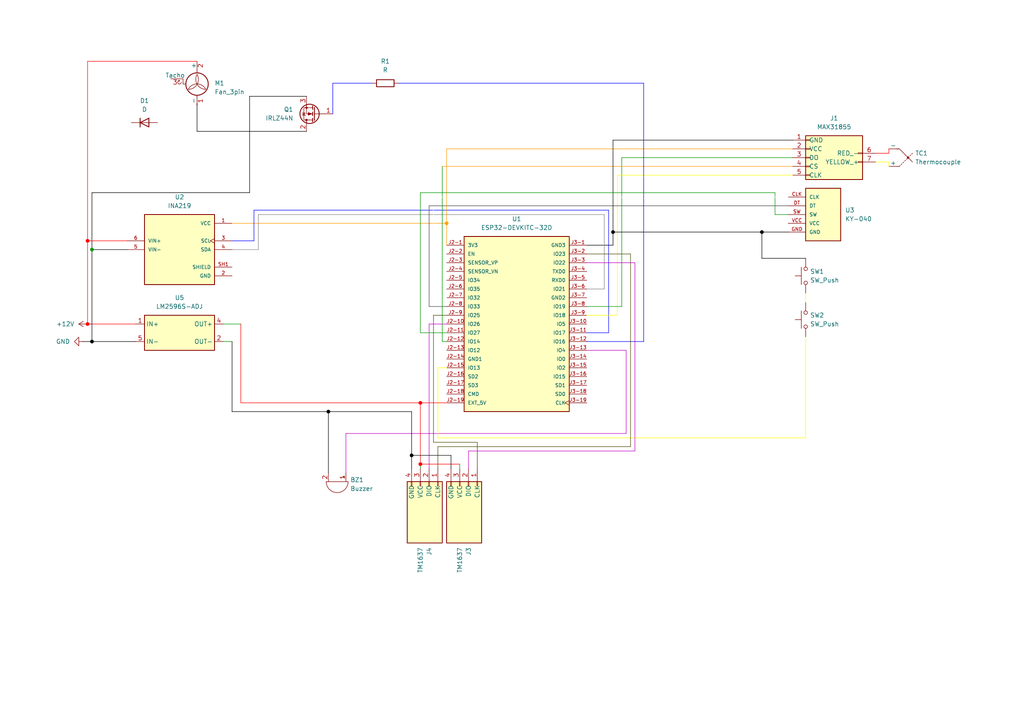
<source format=kicad_sch>
(kicad_sch (version 20250114) (generator "eeschema") (generator_version "9.0")
  (paper "A4")
  (lib_symbols
    (symbol "Conn_01x04_1" (pin_names (offset 1.016))
      (property "Reference" "J2" (at 6.096 7.112 0))
      (property "Value" "TM1637" (at 1.778 5.08 0))
      (symbol "Conn_01x04_1_1_1"
        (rectangle (start -1.27 3.81) (end 16.51 -6.35) (stroke (width 0.254)) (fill (type background)))
        (rectangle (start -1.27 2.667) (end 0 2.413) (stroke (width 0.1524)))
        (rectangle (start -1.27 0.127) (end 0 -0.127) (stroke (width 0.1524)))
        (rectangle (start -1.27 -2.413) (end 0 -2.667) (stroke (width 0.1524)))
        (rectangle (start -1.27 -4.953) (end 0 -5.207) (stroke (width 0.1524)))
        (pin passive line (at -5.08 2.54 0) (length 3.81) (name "CLK") (number "1"))
        (pin passive line (at -5.08 0 0) (length 3.81) (name "DIO") (number "2"))
        (pin passive line (at -5.08 -2.54 0) (length 3.81) (name "VCC") (number "3"))
        (pin passive line (at -5.08 -5.08 0) (length 3.81) (name "GND") (number "4"))
      )
    )
    (symbol "Connector_Generic:Conn_01x05" (pin_names (offset 1.016))
      (property "Reference" "J2" (at 4.445 11.43 0))
      (property "Value" "MAX31855" (at 4.445 8.89 0))
      (symbol "Conn_01x05_1_1"
        (rectangle (start -1.27 6.35) (end 15.24 -6.35) (stroke (width 0.254)) (fill (type background)))
        (rectangle (start -1.27 5.207) (end 0 4.953) (stroke (width 0.1524)))
        (rectangle (start -1.27 2.667) (end 0 2.413) (stroke (width 0.1524)))
        (rectangle (start -1.27 0.127) (end 0 -0.127) (stroke (width 0.1524)))
        (rectangle (start -1.27 -2.413) (end 0 -2.667) (stroke (width 0.1524)))
        (rectangle (start -1.27 -4.953) (end 0 -5.207) (stroke (width 0.1524)))
        (rectangle (start 13.97 1.397) (end 15.24 1.143) (stroke (width 0.1524)))
        (rectangle (start 13.97 -1.143) (end 15.24 -1.397) (stroke (width 0.1524)))
        (pin passive line (at -5.08 5.08 0) (length 3.81) (name "GND") (number "1"))
        (pin passive line (at -5.08 2.54 0) (length 3.81) (name "VCC") (number "2"))
        (pin passive line (at -5.08 0 0) (length 3.81) (name "DO") (number "3"))
        (pin passive line (at -5.08 -2.54 0) (length 3.81) (name "CS") (number "4"))
        (pin passive line (at -5.08 -5.08 0) (length 3.81) (name "CLK") (number "5"))
        (pin passive line (at 19.05 1.27 180) (length 3.81) (name "RED_-") (number "6"))
        (pin passive line (at 19.05 -1.27 180) (length 3.81) (name "YELLOW_+") (number "7"))
      )
    )
    (symbol "Device:Buzzer" (pin_names (offset 0.0254) (hide yes))
      (property "Reference" "BZ" (at 3.81 1.27 0))
      (property "Value" "Buzzer" (at 3.81 -1.27 0))
      (symbol "Buzzer_0_1"
        (polyline (pts (xy -1.651 1.905) (xy -1.143 1.905)))
        (polyline (pts (xy -1.397 2.159) (xy -1.397 1.651)))
        (arc (start 0 3.175) (mid 3.1612 0) (end 0 -3.175))
        (polyline (pts (xy 0 3.175) (xy 0 -3.175)))
      )
      (symbol "Buzzer_1_1"
        (pin passive line (at -2.54 2.54 0) (length 2.54) (name "+") (number "1"))
        (pin passive line (at -2.54 -2.54 0) (length 2.54) (name "-") (number "2"))
      )
    )
    (symbol "Device:D" (pin_numbers (hide yes)) (pin_names (offset 1.016) (hide yes))
      (property "Reference" "D" (at 0 2.54 0))
      (property "Value" "D" (at 0 -2.54 0))
      (symbol "D_0_1"
        (polyline (pts (xy -1.27 1.27) (xy -1.27 -1.27)) (stroke (width 0.254)))
        (polyline (pts (xy 1.27 1.27) (xy 1.27 -1.27) (xy -1.27 0) (xy 1.27 1.27)) (stroke (width 0.254)))
        (polyline (pts (xy 1.27 0) (xy -1.27 0)))
      )
      (symbol "D_1_1"
        (pin passive line (at -3.81 0 0) (length 2.54) (name "K") (number "1"))
        (pin passive line (at 3.81 0 180) (length 2.54) (name "A") (number "2"))
      )
    )
    (symbol "Device:R" (pin_numbers (hide yes)) (pin_names (offset 0))
      (property "Reference" "R" (at 2.032 0 90))
      (property "Value" "R" (at 0 0 90))
      (symbol "R_0_1"
        (rectangle (start -1.016 -2.54) (end 1.016 2.54) (stroke (width 0.254)))
      )
      (symbol "R_1_1"
        (pin passive line (at 0 3.81 270) (length 1.27) (name "~") (number "1"))
        (pin passive line (at 0 -3.81 90) (length 1.27) (name "~") (number "2"))
      )
    )
    (symbol "Device:Thermocouple" (pin_numbers (hide yes)) (pin_names (offset 0))
      (property "Reference" "TC" (at -3.048 3.81 0))
      (property "Value" "Thermocouple" (at -5.08 -4.064 0))
      (symbol "Thermocouple_0_1"
        (polyline (pts (xy -4.064 -1.016) (xy -4.318 -1.27)))
        (polyline (pts (xy -3.556 -0.508) (xy -3.81 -0.762)))
        (circle (center -3.048 0) (radius 0.254) (fill (type outline)))
        (polyline (pts (xy -3.048 0) (xy -3.302 -0.254)))
        (polyline (pts (xy -2.54 0.508) (xy -2.794 0.254)))
        (polyline (pts (xy -2.032 1.016) (xy -2.286 0.762)))
        (polyline (pts (xy -1.524 1.524) (xy -1.778 1.27)))
        (polyline (pts (xy -1.016 2.032) (xy -1.27 1.778)))
        (polyline (pts (xy -0.508 2.54) (xy -0.762 2.286)))
        (polyline (pts (xy 0 2.54) (xy -0.508 2.54)))
        (polyline (pts (xy 0 -2.54) (xy -0.254 -2.54)))
        (polyline (pts (xy 0.254 -2.54) (xy -0.508 -2.54) (xy -4.318 1.27)))
      )
      (symbol "Thermocouple_1_1"
        (pin passive line (at 2.54 2.54 180) (length 2.54) (name "+") (number "1"))
        (pin passive line (at 2.54 -2.54 180) (length 2.54) (name "-") (number "2"))
      )
    )
    (symbol "ESP32-DEVKITC-32D:ESP32-DEVKITC-32D" (pin_names (offset 1.016))
      (property "Reference" "U" (at -15.2572 26.0643 0))
      (property "Value" "ESP32-DEVKITC-32D" (at -15.2563 -27.9698 0))
      (symbol "ESP32-DEVKITC-32D_0_0"
        (rectangle (start -15.24 -25.4) (end 15.24 25.4) (stroke (width 0.254)) (fill (type background)))
        (pin power_in line (at -20.32 22.86 0) (length 5.08) (name "3V3") (number "J2-1"))
        (pin input line (at -20.32 20.32 0) (length 5.08) (name "EN") (number "J2-2"))
        (pin input line (at -20.32 17.78 0) (length 5.08) (name "SENSOR_VP") (number "J2-3"))
        (pin input line (at -20.32 15.24 0) (length 5.08) (name "SENSOR_VN") (number "J2-4"))
        (pin bidirectional line (at -20.32 12.7 0) (length 5.08) (name "IO34") (number "J2-5"))
        (pin bidirectional line (at -20.32 10.16 0) (length 5.08) (name "IO35") (number "J2-6"))
        (pin bidirectional line (at -20.32 7.62 0) (length 5.08) (name "IO32") (number "J2-7"))
        (pin bidirectional line (at -20.32 5.08 0) (length 5.08) (name "IO33") (number "J2-8"))
        (pin bidirectional line (at -20.32 2.54 0) (length 5.08) (name "IO25") (number "J2-9"))
        (pin bidirectional line (at -20.32 0 0) (length 5.08) (name "IO26") (number "J2-10"))
        (pin bidirectional line (at -20.32 -2.54 0) (length 5.08) (name "IO27") (number "J2-11"))
        (pin bidirectional line (at -20.32 -5.08 0) (length 5.08) (name "IO14") (number "J2-12"))
        (pin bidirectional line (at -20.32 -7.62 0) (length 5.08) (name "IO12") (number "J2-13"))
        (pin power_in line (at -20.32 -10.16 0) (length 5.08) (name "GND1") (number "J2-14"))
        (pin bidirectional line (at -20.32 -12.7 0) (length 5.08) (name "IO13") (number "J2-15"))
        (pin bidirectional line (at -20.32 -15.24 0) (length 5.08) (name "SD2") (number "J2-16"))
        (pin bidirectional line (at -20.32 -17.78 0) (length 5.08) (name "SD3") (number "J2-17"))
        (pin bidirectional line (at -20.32 -20.32 0) (length 5.08) (name "CMD") (number "J2-18"))
        (pin power_in line (at -20.32 -22.86 0) (length 5.08) (name "EXT_5V") (number "J2-19"))
        (pin power_in line (at 20.32 22.86 180) (length 5.08) (name "GND3") (number "J3-1"))
        (pin bidirectional line (at 20.32 20.32 180) (length 5.08) (name "IO23") (number "J3-2"))
        (pin bidirectional line (at 20.32 17.78 180) (length 5.08) (name "IO22") (number "J3-3"))
        (pin output line (at 20.32 15.24 180) (length 5.08) (name "TXD0") (number "J3-4"))
        (pin input line (at 20.32 12.7 180) (length 5.08) (name "RXD0") (number "J3-5"))
        (pin bidirectional line (at 20.32 10.16 180) (length 5.08) (name "IO21") (number "J3-6"))
        (pin power_in line (at 20.32 7.62 180) (length 5.08) (name "GND2") (number "J3-7"))
        (pin bidirectional line (at 20.32 5.08 180) (length 5.08) (name "IO19") (number "J3-8"))
        (pin bidirectional line (at 20.32 2.54 180) (length 5.08) (name "IO18") (number "J3-9"))
        (pin bidirectional line (at 20.32 0 180) (length 5.08) (name "IO5") (number "J3-10"))
        (pin bidirectional line (at 20.32 -2.54 180) (length 5.08) (name "IO17") (number "J3-11"))
        (pin bidirectional line (at 20.32 -5.08 180) (length 5.08) (name "IO16") (number "J3-12"))
        (pin bidirectional line (at 20.32 -7.62 180) (length 5.08) (name "IO4") (number "J3-13"))
        (pin bidirectional line (at 20.32 -10.16 180) (length 5.08) (name "IO0") (number "J3-14"))
        (pin bidirectional line (at 20.32 -12.7 180) (length 5.08) (name "IO2") (number "J3-15"))
        (pin bidirectional line (at 20.32 -15.24 180) (length 5.08) (name "IO15") (number "J3-16"))
        (pin bidirectional line (at 20.32 -17.78 180) (length 5.08) (name "SD1") (number "J3-17"))
        (pin bidirectional line (at 20.32 -20.32 180) (length 5.08) (name "SD0") (number "J3-18"))
        (pin input clock (at 20.32 -22.86 180) (length 5.08) (name "CLK") (number "J3-19"))
      )
    )
    (symbol "INA219:INA219" (pin_names (offset 1.016))
      (property "Reference" "U" (at -10.16 10.922 0))
      (property "Value" "INA219" (at -10.16 -12.7 0))
      (symbol "INA219_0_0"
        (rectangle (start -10.16 -10.16) (end 10.16 10.16) (stroke (width 0.254)) (fill (type background)))
        (pin input line (at -15.24 2.54 0) (length 5.08) (name "VIN+") (number "6"))
        (pin input line (at -15.24 2.54 0) (length 5.08) (hide yes) (name "VIN+") (number "VIN+"))
        (pin input line (at -15.24 0 0) (length 5.08) (name "VIN-") (number "5"))
        (pin input line (at -15.24 0 0) (length 5.08) (hide yes) (name "VIN-") (number "VIN-"))
        (pin power_in line (at 15.24 7.62 180) (length 5.08) (name "VCC") (number "1"))
        (pin input clock (at 15.24 2.54 180) (length 5.08) (name "SCL") (number "3"))
        (pin bidirectional line (at 15.24 0 180) (length 5.08) (name "SDA") (number "4"))
        (pin passive line (at 15.24 -5.08 180) (length 5.08) (name "SHIELD") (number "SH1"))
        (pin passive line (at 15.24 -5.08 180) (length 5.08) (hide yes) (name "SHIELD") (number "SH2"))
        (pin passive line (at 15.24 -5.08 180) (length 5.08) (hide yes) (name "SHIELD") (number "SH3"))
        (pin passive line (at 15.24 -5.08 180) (length 5.08) (hide yes) (name "SHIELD") (number "SH4"))
        (pin power_in line (at 15.24 -7.62 180) (length 5.08) (name "GND") (number "2"))
      )
    )
    (symbol "KY-040:KY-040" (pin_names (offset 1.016))
      (property "Reference" "U" (at -5.08 10.16 0))
      (property "Value" "KY-040" (at -5.08 -12.7 0))
      (symbol "KY-040_0_0"
        (rectangle (start -5.08 -7.62) (end 5.08 7.62) (stroke (width 0.254)) (fill (type background)))
        (pin output line (at -10.16 5.08 0) (length 5.08) (name "CLK") (number "CLK"))
        (pin output line (at -10.16 2.54 0) (length 5.08) (name "DT") (number "DT"))
        (pin output line (at -10.16 0 0) (length 5.08) (name "SW") (number "SW"))
        (pin power_in line (at -10.16 -2.54 0) (length 5.08) (name "VCC") (number "VCC"))
        (pin power_in line (at -10.16 -5.08 0) (length 5.08) (name "GND") (number "GND"))
      )
    )
    (symbol "LM2596S-ADJ_1"
      (property "Reference" "U4" (at 0 10.16 0))
      (property "Value" "LM2596S-ADJ" (at 0 7.62 0))
      (symbol "LM2596S-ADJ_1_0_1"
        (rectangle (start -10.16 5.08) (end 10.16 -5.08) (stroke (width 0.254)) (fill (type background)))
      )
      (symbol "LM2596S-ADJ_1_1_1"
        (pin power_in line (at -12.7 2.54 0) (length 2.54) (name "IN+") (number "1"))
        (pin input line (at -12.7 -2.54 0) (length 2.54) (name "IN-") (number "5"))
        (pin input line (at 12.7 2.54 180) (length 2.54) (name "OUT+") (number "4"))
        (pin output line (at 12.7 -2.54 180) (length 2.54) (name "OUT-") (number "2"))
      )
    )
    (symbol "Motor:Fan_3pin" (pin_names (offset 0))
      (property "Reference" "M" (at 2.54 2.54 0))
      (property "Value" "Fan_3pin" (at 2.54 -5.08 0))
      (symbol "Fan_3pin_0_0"
        (polyline (pts (xy -5.08 -0.508) (xy -5.334 -0.381)))
        (polyline (pts (xy -5.08 -0.508) (xy -5.207 -0.762)))
        (arc (start -4.572 -1.016) (mid -5.08 -1.5218) (end -5.588 -1.016))
        (arc (start -5.588 -1.016) (mid -5.4392 -0.6568) (end -5.08 -0.508))
        (polyline (pts (xy -4.064 0) (xy -4.064 -1.524) (xy -3.302 -1.524)))
      )
      (symbol "Fan_3pin_0_1"
        (polyline (pts (xy -4.064 0) (xy -5.08 0)))
        (arc (start 0 1.27) (mid -0.0015 -1.6352) (end -2.54 -3.048))
        (polyline (pts (xy 0 2.032) (xy 0 2.54)))
        (polyline (pts (xy 0 1.7272) (xy 0 2.0828)))
        (circle (center 0 -1.524) (radius 3.2512) (stroke (width 0.254)))
        (arc (start -2.54 -3.048) (mid 0 -1.4782) (end 2.54 -3.048))
        (polyline (pts (xy 0 -4.7752) (xy 0 -5.1816)))
        (polyline (pts (xy 0 -7.62) (xy 0 -7.112)))
        (arc (start 2.54 -3.048) (mid 0.047 -1.6085) (end 0 1.27))
      )
      (symbol "Fan_3pin_1_1"
        (pin passive line (at -7.62 0 0) (length 2.54) (name "Tacho") (number "3"))
        (pin passive line (at 0 5.08 270) (length 2.54) (name "+") (number "2"))
        (pin passive line (at 0 -7.62 90) (length 2.54) (name "-") (number "1"))
      )
    )
    (symbol "Switch:SW_Push" (pin_numbers (hide yes)) (pin_names (offset 1.016) (hide yes))
      (property "Reference" "SW" (at 1.27 2.54 0))
      (property "Value" "SW_Push" (at 0 -1.524 0))
      (symbol "SW_Push_0_1"
        (circle (center -2.032 0) (radius 0.508))
        (polyline (pts (xy 0 1.27) (xy 0 3.048)))
        (circle (center 2.032 0) (radius 0.508))
        (polyline (pts (xy 2.54 1.27) (xy -2.54 1.27)))
        (pin passive line (at -5.08 0 0) (length 2.54) (name "1") (number "1"))
        (pin passive line (at 5.08 0 180) (length 2.54) (name "2") (number "2"))
      )
    )
    (symbol "Transistor_FET:IRLZ44N" (pin_names (hide yes))
      (property "Reference" "Q" (at 5.08 1.905 0))
      (property "Value" "IRLZ44N" (at 5.08 0 0))
      (symbol "IRLZ44N_0_1"
        (polyline (pts (xy 0.254 1.905) (xy 0.254 -1.905)) (stroke (width 0.254)))
        (polyline (pts (xy 0.254 0) (xy -2.54 0)))
        (polyline (pts (xy 0.762 2.286) (xy 0.762 1.27)) (stroke (width 0.254)))
        (polyline (pts (xy 0.762 0.508) (xy 0.762 -0.508)) (stroke (width 0.254)))
        (polyline (pts (xy 0.762 -1.27) (xy 0.762 -2.286)) (stroke (width 0.254)))
        (polyline (pts (xy 0.762 -1.778) (xy 3.302 -1.778) (xy 3.302 1.778) (xy 0.762 1.778)))
        (polyline (pts (xy 1.016 0) (xy 2.032 0.381) (xy 2.032 -0.381) (xy 1.016 0)) (fill (type outline)))
        (circle (center 1.651 0) (radius 2.794) (stroke (width 0.254)))
        (polyline (pts (xy 2.54 2.54) (xy 2.54 1.778)))
        (circle (center 2.54 1.778) (radius 0.254) (fill (type outline)))
        (circle (center 2.54 -1.778) (radius 0.254) (fill (type outline)))
        (polyline (pts (xy 2.54 -2.54) (xy 2.54 0) (xy 0.762 0)))
        (polyline (pts (xy 2.794 0.508) (xy 2.921 0.381) (xy 3.683 0.381) (xy 3.81 0.254)))
        (polyline (pts (xy 3.302 0.381) (xy 2.921 -0.254) (xy 3.683 -0.254) (xy 3.302 0.381)))
      )
      (symbol "IRLZ44N_1_1"
        (pin input line (at -5.08 0 0) (length 2.54) (name "G") (number "1"))
        (pin passive line (at 2.54 5.08 270) (length 2.54) (name "D") (number "2"))
        (pin passive line (at 2.54 -5.08 90) (length 2.54) (name "S") (number "3"))
      )
    )
    (symbol "power:+12V" (power) (pin_numbers (hide yes)) (pin_names (offset 0) (hide yes))
      (property "Value" "+12V" (at 0 3.556 0))
      (symbol "+12V_0_1"
        (polyline (pts (xy -0.762 1.27) (xy 0 2.54)))
        (polyline (pts (xy 0 2.54) (xy 0.762 1.27)))
        (polyline (pts (xy 0 0) (xy 0 2.54)))
      )
      (symbol "+12V_1_1"
        (pin power_in line (at 0 0 90) (length 0) (name "~") (number "1"))
      )
    )
    (symbol "power:GND" (power) (pin_numbers (hide yes)) (pin_names (offset 0) (hide yes))
      (property "Value" "GND" (at 0 -3.81 0))
      (symbol "GND_0_1"
        (polyline (pts (xy 0 0) (xy 0 -1.27) (xy 1.27 -1.27) (xy 0 -2.54) (xy -1.27 -1.27) (xy 0 -1.27)))
      )
      (symbol "GND_1_1"
        (pin power_in line (at 0 0 270) (length 0) (name "~") (number "1"))
      )
    )
  )
  (junction (at 177.8 67.31) (color 0 0 0 1))
  (junction (at 25.4 69.85) (color 255 0 0 1))
  (junction (at 220.98 67.31) (color 0 0 0 1))
  (junction (at 25.4 93.98) (color 255 0 0 1))
  (junction (at 121.92 134.62) (color 255 0 0 1))
  (junction (at 95.25 119.38) (color 0 0 0 1))
  (junction (at 119.38 132.08) (color 0 0 0 1))
  (junction (at 121.92 116.84) (color 255 0 0 1))
  (junction (at 26.67 99.06) (color 0 0 0 1))
  (junction (at 26.67 72.39))
  (junction (at 129.54 64.77) (color 255 153 0 1))
  (wire (pts (xy 125.73 86.36) (xy 125.73 57.15)) (stroke (width 0) (color 255 255 255 1)))
  (wire (pts (xy 177.8 40.64) (xy 229.87 40.64)) (stroke (width 0) (color 0 0 0 1)))
  (wire (pts (xy 125.73 91.44) (xy 125.73 128.27)) (stroke (width 0) (color 72 72 0 1)))
  (wire (pts (xy 125.73 128.27) (xy 138.43 128.27)) (stroke (width 0) (color 72 72 0 1)))
  (wire (pts (xy 182.88 129.54) (xy 127 129.54)) (stroke (width 0) (color 72 72 0 1)))
  (wire (pts (xy 69.85 93.98) (xy 69.85 116.84)) (stroke (width 0) (color 255 0 0 1)))
  (wire (pts (xy 128.27 48.26) (xy 229.87 48.26)) (stroke (width 0) (color 255 153 0 1)))
  (wire (pts (xy 64.77 99.06) (xy 67.31 99.06)))
  (wire (pts (xy 121.92 134.62) (xy 121.92 135.89)))
  (wire (pts (xy 88.9 27.94) (xy 72.39 27.94)) (stroke (width 0) (color 0 0 0 1)))
  (wire (pts (xy 67.31 119.38) (xy 67.31 99.06)) (stroke (width 0) (color 0 0 0 1)))
  (wire (pts (xy 170.18 73.66) (xy 182.88 73.66)) (stroke (width 0) (color 72 72 0 1)))
  (wire (pts (xy 254 46.99) (xy 257.81 46.99)) (stroke (width 0) (color 255 255 0 1)))
  (wire (pts (xy 170.18 76.2) (xy 184.15 76.2)) (stroke (width 0) (color 194 0 194 1)))
  (wire (pts (xy 180.34 88.9) (xy 180.34 45.72)))
  (wire (pts (xy 67.31 64.77) (xy 129.54 64.77)) (stroke (width 0) (color 255 153 0 1)))
  (wire (pts (xy 186.69 24.13) (xy 115.57 24.13)) (stroke (width 0) (color 0 0 255 1)))
  (wire (pts (xy 121.92 96.52) (xy 121.92 55.88)))
  (wire (pts (xy 129.54 43.18) (xy 229.87 43.18)) (stroke (width 0) (color 255 153 0 1)))
  (wire (pts (xy 25.4 69.85) (xy 25.4 93.98)) (stroke (width 0) (color 255 0 0 1)))
  (wire (pts (xy 135.89 130.81) (xy 135.89 135.89)) (stroke (width 0) (color 194 0 194 1)))
  (wire (pts (xy 128.27 99.06) (xy 128.27 48.26)))
  (wire (pts (xy 133.35 134.62) (xy 121.92 134.62)) (stroke (width 0) (color 255 0 0 1)))
  (wire (pts (xy 175.26 62.23) (xy 74.93 62.23)) (stroke (width 0) (color 132 132 132 1)))
  (wire (pts (xy 177.8 67.31) (xy 220.98 67.31)) (stroke (width 0) (color 0 0 0 1)))
  (wire (pts (xy 57.15 17.78) (xy 25.4 17.78)) (stroke (width 0) (color 255 0 0 1)))
  (wire (pts (xy 129.54 91.44) (xy 125.73 91.44)) (stroke (width 0) (color 72 72 0 1)))
  (wire (pts (xy 170.18 71.12) (xy 177.8 71.12)) (stroke (width 0) (color 0 0 0 1)))
  (wire (pts (xy 121.92 116.84) (xy 129.54 116.84)) (stroke (width 0) (color 255 0 0 1)))
  (wire (pts (xy 233.68 85.09) (xy 233.68 87.63)) (stroke (width 0) (color 255 255 0 1)))
  (wire (pts (xy 119.38 132.08) (xy 119.38 119.38)) (stroke (width 0) (color 0 0 0 1)))
  (wire (pts (xy 36.83 72.39) (xy 26.67 72.39)) (stroke (width 0) (color 0 0 0 1)))
  (wire (pts (xy 125.73 57.15) (xy 228.6 57.15)) (stroke (width 0) (color 255 255 255 1)))
  (wire (pts (xy 170.18 83.82) (xy 175.26 83.82)) (stroke (width 0) (color 132 132 132 1)))
  (wire (pts (xy 176.53 60.96) (xy 73.66 60.96)) (stroke (width 0) (color 0 0 255 1)))
  (wire (pts (xy 57.15 30.48) (xy 57.15 38.1)) (stroke (width 0) (color 0 0 0 1)))
  (wire (pts (xy 229.87 50.8) (xy 179.07 50.8)) (stroke (width 0) (color 255 255 0 1)))
  (wire (pts (xy 177.8 67.31) (xy 177.8 40.64)) (stroke (width 0) (color 0 0 0 1)))
  (wire (pts (xy 124.46 59.69) (xy 228.6 59.69)) (stroke (width 0) (color 72 72 72 1)))
  (wire (pts (xy 233.68 127) (xy 233.68 97.79)) (stroke (width 0) (color 255 255 0 1)))
  (wire (pts (xy 177.8 71.12) (xy 177.8 67.31)) (stroke (width 0) (color 0 0 0 1)))
  (wire (pts (xy 181.61 125.73) (xy 100.33 125.73)) (stroke (width 0) (color 194 0 194 1)))
  (wire (pts (xy 127 106.68) (xy 127 127)) (stroke (width 0) (color 255 255 0 1)))
  (wire (pts (xy 74.93 62.23) (xy 74.93 72.39)) (stroke (width 0) (color 132 132 132 1)))
  (wire (pts (xy 254 44.45) (xy 257.81 44.45)) (stroke (width 0) (color 255 0 0 1)))
  (wire (pts (xy 36.83 69.85) (xy 25.4 69.85)) (stroke (width 0) (color 255 0 0 1)))
  (wire (pts (xy 224.79 55.88) (xy 224.79 62.23)))
  (wire (pts (xy 138.43 128.27) (xy 138.43 135.89)) (stroke (width 0) (color 72 72 0 1)))
  (wire (pts (xy 179.07 91.44) (xy 170.18 91.44)) (stroke (width 0) (color 255 255 0 1)))
  (wire (pts (xy 257.81 46.99) (xy 257.81 48.26)) (stroke (width 0) (color 255 255 0 1)))
  (wire (pts (xy 64.77 93.98) (xy 69.85 93.98)))
  (wire (pts (xy 26.67 55.88) (xy 26.67 72.39)) (stroke (width 0) (color 0 0 0 1)))
  (wire (pts (xy 72.39 27.94) (xy 72.39 55.88)) (stroke (width 0) (color 0 0 0 1)))
  (wire (pts (xy 121.92 55.88) (xy 224.79 55.88)))
  (wire (pts (xy 180.34 45.72) (xy 229.87 45.72)))
  (wire (pts (xy 129.54 96.52) (xy 121.92 96.52)))
  (wire (pts (xy 26.67 99.06) (xy 39.37 99.06)) (stroke (width 0) (color 0 0 0 1)))
  (wire (pts (xy 184.15 76.2) (xy 184.15 130.81)) (stroke (width 0) (color 194 0 194 1)))
  (wire (pts (xy 73.66 60.96) (xy 73.66 69.85)) (stroke (width 0) (color 0 0 255 1)))
  (wire (pts (xy 220.98 67.31) (xy 228.6 67.31)) (stroke (width 0) (color 0 0 0 1)))
  (wire (pts (xy 69.85 116.84) (xy 121.92 116.84)) (stroke (width 0) (color 255 0 0 1)))
  (wire (pts (xy 129.54 71.12) (xy 129.54 64.77)) (stroke (width 0) (color 255 153 0 1)))
  (wire (pts (xy 224.79 62.23) (xy 228.6 62.23)))
  (wire (pts (xy 175.26 83.82) (xy 175.26 62.23)) (stroke (width 0) (color 132 132 132 1)))
  (wire (pts (xy 127 127) (xy 233.68 127)) (stroke (width 0) (color 255 255 0 1)))
  (wire (pts (xy 119.38 119.38) (xy 95.25 119.38)) (stroke (width 0) (color 0 0 0 1)))
  (wire (pts (xy 129.54 106.68) (xy 127 106.68)) (stroke (width 0) (color 255 255 0 1)))
  (wire (pts (xy 182.88 73.66) (xy 182.88 129.54)) (stroke (width 0) (color 72 72 0 1)))
  (wire (pts (xy 129.54 93.98) (xy 124.46 93.98)) (stroke (width 0) (color 194 0 194 1)))
  (wire (pts (xy 184.15 130.81) (xy 135.89 130.81)) (stroke (width 0) (color 194 0 194 1)))
  (wire (pts (xy 220.98 74.93) (xy 220.98 67.31)) (stroke (width 0) (color 0 0 0 1)))
  (wire (pts (xy 129.54 86.36) (xy 125.73 86.36)) (stroke (width 0) (color 255 255 255 1)))
  (wire (pts (xy 25.4 93.98) (xy 39.37 93.98)) (stroke (width 0) (color 255 0 0 1)))
  (wire (pts (xy 129.54 88.9) (xy 124.46 88.9)) (stroke (width 0) (color 72 72 72 1)))
  (wire (pts (xy 233.68 74.93) (xy 220.98 74.93)) (stroke (width 0) (color 0 0 0 1)))
  (wire (pts (xy 72.39 55.88) (xy 26.67 55.88)) (stroke (width 0) (color 0 0 0 1)))
  (wire (pts (xy 130.81 135.89) (xy 130.81 132.08)) (stroke (width 0) (color 0 0 0 1)))
  (wire (pts (xy 121.92 116.84) (xy 121.92 134.62)) (stroke (width 0) (color 255 0 0 1)))
  (wire (pts (xy 170.18 99.06) (xy 186.69 99.06)) (stroke (width 0) (color 0 0 255 1)))
  (wire (pts (xy 129.54 99.06) (xy 128.27 99.06)))
  (wire (pts (xy 95.25 119.38) (xy 67.31 119.38)) (stroke (width 0) (color 0 0 0 1)))
  (wire (pts (xy 119.38 135.89) (xy 119.38 132.08)) (stroke (width 0) (color 0 0 0 1)))
  (wire (pts (xy 129.54 64.77) (xy 129.54 43.18)) (stroke (width 0) (color 255 153 0 1)))
  (wire (pts (xy 96.52 24.13) (xy 107.95 24.13)) (stroke (width 0) (color 0 0 255 1)))
  (wire (pts (xy 124.46 93.98) (xy 124.46 135.89)) (stroke (width 0) (color 194 0 194 1)))
  (wire (pts (xy 119.38 132.08) (xy 130.81 132.08)) (stroke (width 0) (color 0 0 0 1)))
  (wire (pts (xy 57.15 38.1) (xy 88.9 38.1)) (stroke (width 0) (color 0 0 0 1)))
  (wire (pts (xy 170.18 96.52) (xy 176.53 96.52)) (stroke (width 0) (color 0 0 255 1)))
  (wire (pts (xy 127 129.54) (xy 127 135.89)) (stroke (width 0) (color 72 72 0 1)))
  (wire (pts (xy 124.46 88.9) (xy 124.46 59.69)) (stroke (width 0) (color 72 72 72 1)))
  (wire (pts (xy 73.66 69.85) (xy 67.31 69.85)) (stroke (width 0) (color 0 0 255 1)))
  (wire (pts (xy 25.4 17.78) (xy 25.4 69.85)) (stroke (width 0) (color 255 0 0 1)))
  (wire (pts (xy 186.69 99.06) (xy 186.69 24.13)) (stroke (width 0) (color 0 0 255 1)))
  (wire (pts (xy 95.25 119.38) (xy 95.25 137.16)) (stroke (width 0) (color 0 0 0 1)))
  (wire (pts (xy 170.18 101.6) (xy 181.61 101.6)) (stroke (width 0) (color 194 0 194 1)))
  (wire (pts (xy 170.18 88.9) (xy 180.34 88.9)))
  (wire (pts (xy 257.81 44.45) (xy 257.81 43.18)) (stroke (width 0) (color 255 0 0 1)))
  (wire (pts (xy 24.13 99.06) (xy 26.67 99.06)) (stroke (width 0) (color 0 0 0 1)))
  (wire (pts (xy 26.67 72.39) (xy 26.67 99.06)) (stroke (width 0) (color 0 0 0 1)))
  (wire (pts (xy 176.53 96.52) (xy 176.53 60.96)) (stroke (width 0) (color 0 0 255 1)))
  (wire (pts (xy 179.07 50.8) (xy 179.07 91.44)) (stroke (width 0) (color 255 255 0 1)))
  (wire (pts (xy 96.52 24.13) (xy 96.52 33.02)) (stroke (width 0) (color 0 0 255 1)))
  (wire (pts (xy 74.93 72.39) (xy 67.31 72.39)) (stroke (width 0) (color 132 132 132 1)))
  (wire (pts (xy 133.35 135.89) (xy 133.35 134.62)))
  (wire (pts (xy 100.33 125.73) (xy 100.33 137.16)) (stroke (width 0) (color 194 0 194 1)))
  (wire (pts (xy 181.61 101.6) (xy 181.61 125.73)) (stroke (width 0) (color 194 0 194 1)))
  (symbol (lib_name "Conn_01x04_1") (lib_id "Connector_Generic:Conn_01x04") (at 124.46 140.97 270) (unit 1)
    (property "Reference" "J4" (at 124.4601 158.75 0) (effects (justify left)))
    (property "Value" "TM1637" (at 121.9201 158.75 0) (effects (justify left)))
    (property "Description" "Generic connector, single row, 01x04, script generated (kicad-library-utils/schlib/autogen/connector/)" (effects (hide yes)))
  )
  (symbol (lib_id "KY-040:KY-040") (at 238.76 62.23 0) (unit 1)
    (property "Reference" "U3" (at 245.11 60.9599 0) (effects (justify left)))
    (property "Value" "KY-040" (at 245.11 63.4999 0) (effects (justify left)))
    (property "Footprint" "KY-040:KY-040-PORT" (effects (hide yes)))
    (property "MF" "Joy-IT" (effects (hide yes)))
    (property "Description_1" "KY-5.0-4P Green(RAL6018/T) ; CONTACT WITH TIN PLATED MARK" (effects (hide yes)))
    (property "Package" "Package" (effects (hide yes)))
    (property "Price" "None" (effects (hide yes)))
    (property "SnapEDA_Link" "https://www.snapeda.com/parts/KY-040/Joy-IT/view-part/?ref=snap" (effects (hide yes)))
    (property "MP" "KY-040" (effects (hide yes)))
    (property "Availability" "Not in stock" (effects (hide yes)))
    (property "Check_prices" "https://www.snapeda.com/parts/KY-040/Joy-IT/view-part/?ref=eda" (effects (hide yes)))
  )
  (symbol (lib_id "Transistor_FET:IRLZ44N") (at 91.44 33.02 180) (unit 1)
    (property "Reference" "Q1" (at 85.09 31.7499 0) (effects (justify left)))
    (property "Value" "IRLZ44N" (at 85.09 34.2899 0) (effects (justify left)))
    (property "Footprint" "Package_TO_SOT_THT:TO-220-3_Vertical" (effects (hide yes)))
    (property "Datasheet" "http://www.irf.com/product-info/datasheets/data/irlz44n.pdf" (effects (hide yes)))
    (property "Description" "47A Id, 55V Vds, 22mOhm Rds Single N-Channel HEXFET Power MOSFET, TO-220AB" (effects (hide yes)))
  )
  (symbol (lib_id "Device:D") (at 41.91 35.56 0) (unit 1)
    (property "Reference" "D1" (at 41.91 29.21 0))
    (property "Value" "D" (at 41.91 31.75 0))
    (property "Description" "Diode" (effects (hide yes)))
    (property "Sim.Device" "D" (effects (hide yes)))
    (property "Sim.Pins" "1=K 2=A" (effects (hide yes)))
  )
  (symbol (lib_id "ESP32-DEVKITC-32D:ESP32-DEVKITC-32D") (at 149.86 93.98 0) (unit 1)
    (property "Reference" "U1" (at 149.86 63.5 0))
    (property "Value" "ESP32-DEVKITC-32D" (at 149.86 66.04 0))
    (property "Footprint" "ESP32-DEVKITC-32D:MODULE_ESP32-DEVKITC-32D" (effects (hide yes)))
    (property "MF" "Espressif Systems" (effects (hide yes)))
    (property "MAXIMUM_PACKAGE_HEIGHT" "N/A" (effects (hide yes)))
    (property "Package" "None" (effects (hide yes)))
    (property "Price" "None" (effects (hide yes)))
    (property "Check_prices" "https://www.snapeda.com/parts/ESP32-DEVKITC-32D/Espressif+Systems/view-part/?ref=eda" (effects (hide yes)))
    (property "STANDARD" "Manufacturer Recommendations" (effects (hide yes)))
    (property "PARTREV" "V4" (effects (hide yes)))
    (property "SnapEDA_Link" "https://www.snapeda.com/parts/ESP32-DEVKITC-32D/Espressif+Systems/view-part/?ref=snap" (effects (hide yes)))
    (property "MP" "ESP32-DEVKITC-32D" (effects (hide yes)))
    (property "Description_1" "WiFi Development Tools (802.11) ESP32 General Development Kit, ESP32-WROOM-32D on the board" (effects (hide yes)))
    (property "MANUFACTURER" "Espressif Systems" (effects (hide yes)))
    (property "Availability" "In Stock" (effects (hide yes)))
    (property "SNAPEDA_PN" "ESP32-DEVKITC-32D" (effects (hide yes)))
  )
  (symbol (lib_id "Device:Thermocouple") (at 260.35 45.72 180) (unit 1)
    (property "Reference" "TC1" (at 265.43 44.4499 0) (effects (justify right)))
    (property "Value" "Thermocouple" (at 265.43 46.9899 0) (effects (justify right)))
    (property "Description" "Thermocouple" (effects (hide yes)))
  )
  (symbol (lib_id "Switch:SW_Push") (at 233.68 92.71 90) (unit 1)
    (property "Reference" "SW2" (at 234.95 91.4399 90) (effects (justify right)))
    (property "Value" "SW_Push" (at 234.95 93.9799 90) (effects (justify right)))
    (property "Description" "Push button switch, generic, two pins" (effects (hide yes)))
  )
  (symbol (lib_id "power:+12V") (at 25.4 93.98 90) (unit 1)
    (property "Reference" "#PWR02" (effects (hide yes)))
    (property "Value" "+12V" (at 21.59 93.9799 90) (effects (justify left)))
    (property "Description" "Power symbol creates a global label with name \"+12V\"" (effects (hide yes)))
  )
  (symbol (lib_id "Device:R") (at 111.76 24.13 90) (unit 1)
    (property "Reference" "R1" (at 111.76 17.78 90))
    (property "Value" "R" (at 111.76 20.32 90))
    (property "Description" "Resistor" (effects (hide yes)))
  )
  (symbol (lib_id "Device:Buzzer") (at 97.79 139.7 270) (unit 1)
    (property "Reference" "BZ1" (at 101.6 139.185 90) (effects (justify left)))
    (property "Value" "Buzzer" (at 101.6 141.725 90) (effects (justify left)))
    (property "Description" "Buzzer, polarized" (effects (hide yes)))
  )
  (symbol (lib_id "Switch:SW_Push") (at 233.68 80.01 90) (unit 1)
    (property "Reference" "SW1" (at 234.95 78.7399 90) (effects (justify right)))
    (property "Value" "SW_Push" (at 234.95 81.2799 90) (effects (justify right)))
    (property "Description" "Push button switch, generic, two pins" (effects (hide yes)))
  )
  (symbol (lib_id "Connector_Generic:Conn_01x05") (at 234.95 45.72 0) (unit 1)
    (property "Reference" "J1" (at 241.935 34.29 0))
    (property "Value" "MAX31855" (at 241.935 36.83 0))
    (property "Description" "Generic connector, single row, 01x05, script generated (kicad-library-utils/schlib/autogen/connector/)" (effects (hide yes)))
  )
  (symbol (lib_id "Motor:Fan_3pin") (at 57.15 22.86 0) (unit 1)
    (property "Reference" "M1" (at 62.23 24.1299 0) (effects (justify left)))
    (property "Value" "Fan_3pin" (at 62.23 26.6699 0) (effects (justify left)))
    (property "Datasheet" "http://www.hardwarecanucks.com/forum/attachments/new-builds/16287d1330775095-help-chassis-power-fan-connectors-motherboard-asus_p8z68.jpg" (effects (hide yes)))
    (property "Description" "Fan, tacho output, 3-pin connector" (effects (hide yes)))
  )
  (symbol (lib_id "INA219:INA219") (at 52.07 72.39 0) (unit 1)
    (property "Reference" "U2" (at 52.07 57.15 0))
    (property "Value" "INA219" (at 52.07 59.69 0))
    (property "Footprint" "INA219:MODULE_INA219" (effects (hide yes)))
    (property "MF" "Adafruit Industries" (effects (hide yes)))
    (property "Description_1" "INA219 High Side DC Current Sensor Breakout - 26V ±3.2A Max | Adafruit Industries 904" (effects (hide yes)))
    (property "CREATOR" "ANA" (effects (hide yes)))
    (property "Price" "None" (effects (hide yes)))
    (property "Package" "NON-STANDARD-8 ADAFRUIT" (effects (hide yes)))
    (property "Check_prices" "https://www.snapeda.com/parts/INA219%20High%20Side%20DC%20Current%20Sensor%20Breakout%20-%2026V%20%C2%B13.2A%20Max%20-%20STEMMA%20QT/Adafruit+Industries/view-part/?ref=eda" (effects (hide yes)))
    (property "STANDARD" "Manufacturer Recommendations" (effects (hide yes)))
    (property "PARTREV" "C" (effects (hide yes)))
    (property "SnapEDA_Link" "https://www.snapeda.com/parts/INA219%20High%20Side%20DC%20Current%20Sensor%20Breakout%20-%2026V%20%C2%B13.2A%20Max%20-%20STEMMA%20QT/Adafruit+Industries/view-part/?ref=snap" (effects (hide yes)))
    (property "MP" "INA219 High Side DC Current Sensor Breakout - 26V ±3.2A Max - STEMMA QT" (effects (hide yes)))
    (property "MANUFACTURER" "Adafruit Industries LLC" (effects (hide yes)))
    (property "Availability" "Not in stock" (effects (hide yes)))
    (property "SNAPEDA_PN" "INA219 High Side DC Current Sensor Breakout - 26V ±3.2A Max - STEMMA QT" (effects (hide yes)))
  )
  (symbol (lib_name "Conn_01x04_1") (lib_id "Connector_Generic:Conn_01x04") (at 135.89 140.97 270) (unit 1)
    (property "Reference" "J3" (at 135.8901 158.75 0) (effects (justify left)))
    (property "Value" "TM1637" (at 133.3501 158.75 0) (effects (justify left)))
    (property "Description" "Generic connector, single row, 01x04, script generated (kicad-library-utils/schlib/autogen/connector/)" (effects (hide yes)))
  )
  (symbol (lib_id "power:GND") (at 24.13 99.06 270) (unit 1)
    (property "Reference" "#PWR01" (effects (hide yes)))
    (property "Value" "GND" (at 20.32 99.0599 90) (effects (justify right)))
    (property "Description" "Power symbol creates a global label with name \"GND\" , ground" (effects (hide yes)))
  )
  (symbol (lib_name "LM2596S-ADJ_1") (lib_id "Regulator_Switching:LM2596S-ADJ") (at 52.07 96.52 0) (unit 1)
    (property "Reference" "U5" (at 52.07 86.36 0))
    (property "Value" "LM2596S-ADJ" (at 52.07 88.9 0))
    (property "Footprint" "Package_TO_SOT_SMD:TO-263-5_TabPin3" (effects (hide yes)))
    (property "Datasheet" "http://www.ti.com/lit/ds/symlink/lm2596.pdf" (effects (hide yes)))
    (property "Description" "Adjustable 3A Step-Down Voltage Regulator, TO-263" (effects (hide yes)))
  )
)
</source>
